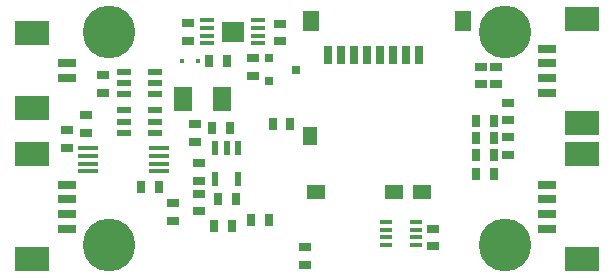
<source format=gbs>
G04 (created by PCBNEW (2013-mar-13)-testing) date Mon 17 Mar 2014 10:10:55 PM CET*
%MOIN*%
G04 Gerber Fmt 3.4, Leading zero omitted, Abs format*
%FSLAX34Y34*%
G01*
G70*
G90*
G04 APERTURE LIST*
%ADD10C,0.005906*%
%ADD11R,0.060000X0.080000*%
%ADD12R,0.048031X0.024409*%
%ADD13R,0.024409X0.048031*%
%ADD14R,0.039370X0.017717*%
%ADD15R,0.074016X0.066142*%
%ADD16R,0.047244X0.016535*%
%ADD17R,0.031496X0.031496*%
%ADD18C,0.175197*%
%ADD19R,0.025591X0.039370*%
%ADD20R,0.039370X0.025591*%
%ADD21R,0.055118X0.066929*%
%ADD22R,0.031496X0.059055*%
%ADD23R,0.045276X0.059055*%
%ADD24R,0.059055X0.045276*%
%ADD25R,0.062992X0.031496*%
%ADD26R,0.118110X0.082677*%
%ADD27R,0.013780X0.013780*%
%ADD28R,0.070079X0.016535*%
G04 APERTURE END LIST*
G54D10*
G54D11*
X19606Y-13444D03*
X18306Y-13444D03*
G54D12*
X17370Y-12539D03*
X17370Y-12913D03*
X16338Y-12539D03*
X17370Y-13287D03*
X16338Y-12913D03*
X16338Y-13287D03*
G54D13*
X19389Y-16090D03*
X20137Y-16090D03*
X20137Y-15059D03*
X19763Y-15059D03*
X19389Y-15059D03*
G54D14*
X25059Y-17539D03*
X25059Y-17795D03*
X25059Y-18051D03*
X25059Y-18307D03*
X26082Y-18307D03*
X26082Y-18051D03*
X26082Y-17795D03*
X26082Y-17539D03*
G54D15*
X19965Y-11203D03*
G54D16*
X19110Y-10820D03*
X19110Y-11075D03*
X19110Y-11331D03*
X19110Y-11587D03*
X20820Y-11587D03*
X20820Y-11331D03*
X20820Y-11075D03*
X20820Y-10820D03*
G54D12*
X17370Y-13818D03*
X17370Y-14192D03*
X16338Y-13818D03*
X17370Y-14566D03*
X16338Y-14192D03*
X16338Y-14566D03*
G54D17*
X22066Y-12460D03*
X21161Y-12086D03*
X21161Y-12834D03*
G54D18*
X29035Y-11220D03*
X29035Y-18307D03*
X15846Y-18307D03*
X15846Y-11220D03*
G54D19*
X16909Y-16358D03*
X17500Y-16358D03*
X21299Y-14271D03*
X21889Y-14271D03*
X28090Y-15314D03*
X28681Y-15314D03*
X21181Y-17480D03*
X20590Y-17480D03*
X19940Y-17657D03*
X19350Y-17657D03*
G54D20*
X26653Y-17755D03*
X26653Y-18346D03*
X18460Y-11495D03*
X18460Y-10904D03*
X21540Y-11515D03*
X21540Y-10924D03*
G54D19*
X28090Y-14744D03*
X28681Y-14744D03*
G54D20*
X22381Y-18976D03*
X22381Y-18385D03*
G54D19*
X19192Y-12165D03*
X19783Y-12165D03*
G54D20*
X18700Y-14271D03*
X18700Y-14862D03*
G54D19*
X19862Y-14409D03*
X19271Y-14409D03*
X20059Y-16771D03*
X19468Y-16771D03*
G54D20*
X18858Y-17185D03*
X18858Y-16594D03*
X18858Y-15570D03*
X18858Y-16161D03*
X15649Y-12637D03*
X15649Y-13228D03*
X17992Y-16909D03*
X17992Y-17500D03*
G54D19*
X28090Y-14173D03*
X28681Y-14173D03*
G54D20*
X28228Y-12952D03*
X28228Y-12362D03*
X15059Y-13976D03*
X15059Y-14566D03*
X20629Y-12677D03*
X20629Y-12086D03*
G54D19*
X28070Y-15925D03*
X28661Y-15925D03*
G54D20*
X28740Y-12362D03*
X28740Y-12952D03*
X29153Y-14704D03*
X29153Y-15295D03*
X29153Y-14153D03*
X29153Y-13562D03*
X14448Y-15059D03*
X14448Y-14468D03*
G54D21*
X22578Y-10826D03*
G54D22*
X24448Y-11968D03*
X24015Y-11968D03*
X23149Y-11968D03*
X23582Y-11968D03*
X25314Y-11968D03*
X24881Y-11968D03*
X25748Y-11968D03*
X26181Y-11968D03*
G54D21*
X27657Y-10826D03*
G54D23*
X22529Y-14665D03*
G54D24*
X22755Y-16525D03*
X25354Y-16525D03*
X26259Y-16525D03*
G54D25*
X14429Y-16289D03*
X14429Y-16781D03*
X14429Y-17273D03*
X14429Y-17765D03*
G54D26*
X13287Y-18769D03*
X13287Y-15285D03*
G54D25*
X30452Y-17765D03*
X30452Y-17273D03*
X30452Y-16781D03*
X30452Y-16289D03*
G54D26*
X31594Y-15285D03*
X31594Y-18769D03*
G54D25*
X30452Y-13238D03*
X30452Y-12746D03*
X30452Y-12253D03*
X30452Y-11761D03*
G54D26*
X31594Y-10757D03*
X31594Y-14242D03*
G54D25*
X14429Y-12253D03*
X14429Y-12746D03*
G54D26*
X13287Y-13750D03*
X13287Y-11250D03*
G54D27*
X18277Y-12165D03*
X18809Y-12165D03*
G54D28*
X17496Y-15846D03*
X17496Y-15590D03*
X17496Y-15078D03*
X17496Y-15334D03*
X15157Y-15334D03*
X15157Y-15078D03*
X15157Y-15590D03*
X15157Y-15846D03*
M02*

</source>
